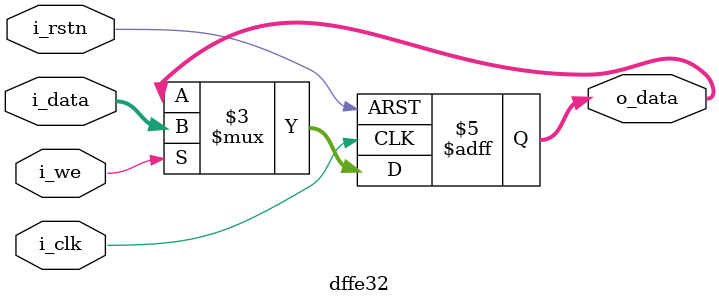
<source format=v>
`timescale 1ns / 1ps


module dffe32(
	i_clk,
	i_rstn,
	i_we,
	i_data,
	o_data
	);
	
	input	i_clk;
	input	i_rstn;
	input	i_we;
	input	[31:0] i_data;
	
	output	reg [31:0] o_data;

	always @(posedge i_clk or negedge i_rstn) begin
		if (~i_rstn) begin
			// reset
			o_data <= 0;
		end else begin
			if(i_we) o_data <= i_data;	
		end
	end
	
endmodule

</source>
